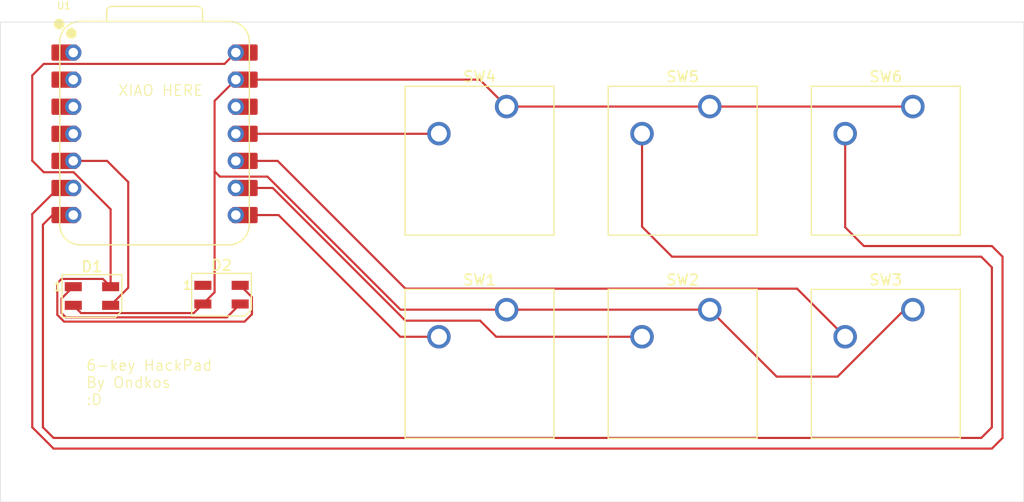
<source format=kicad_pcb>
(kicad_pcb (version 20241229) (generator "pcbnew") (generator_version "9.0")
  (layers (0 "F.Cu" signal) (2 "B.Cu" signal) (13 "F.Paste" user) (15 "B.Paste" user) (5 "F.SilkS" user "F.Silkscreen") (7 "B.SilkS" user "B.Silkscreen") (1 "F.Mask" user) (3 "B.Mask" user) (25 "Edge.Cuts" user))
  (net 0 "")
  (net 1 "Net-(D1-DIN)")
  (net 2 "GND")
  (net 3 "+5V")
  (net 4 "Net-(D1-DOUT)")
  (net 6 "Net-(U1-GPIO1{slash}RX)")
  (net 7 "Net-(U1-GPIO2{slash}SCK)")
  (net 8 "Net-(U1-GPIO4{slash}MISO)")
  (net 9 "Net-(U1-GPIO3{slash}MOSI)")
  (net 10 "Net-(U1-GPIO0{slash}TX)")
  (net 11 "Net-(U1-GPIO7{slash}SCL)")
  (footprint "LED_SMD:LED_SK6812MINI_PLCC4_3.5x3.5mm_P1.75mm" (layer "F.Cu") (at 140.75 100.5625)
    (property "Reference" "D2" (at 0 -2.75 0) (layer "F.SilkS"))
    (property "Value" "SK6812MINI")
    (fp_line (start -2.8 -2) (end -2.8 2) (stroke (width 0.12)) (layer "F.SilkS"))
    (fp_line (start -2.8 -2) (end 2.8 -2) (stroke (width 0.12)) (layer "F.SilkS"))
    (fp_line (start -2.8 2) (end 2.2 2) (stroke (width 0.12)) (layer "F.SilkS"))
    (fp_line (start 2.8 1.4) (end 2.2 2) (stroke (width 0.12)) (layer "F.SilkS"))
    (fp_line (start 2.8 1.4) (end 2.8 -2) (stroke (width 0.12)) (layer "F.SilkS"))
    (fp_text user "1" (at -3.2 -0.875 0) (layer "F.SilkS") (effects (font (size 0.8 0.8))))
    (pad "1" smd rect (at -1.75 -0.875) (size 1.6 0.85) (layers "F.Cu" "F.Mask" "F.Paste"))
    (pad "2" smd rect (at -1.75 0.875) (size 1.6 0.85) (layers "F.Cu" "F.Mask" "F.Paste") (net 2 "GND"))
    (pad "3" smd rect (at 1.75 0.875) (size 1.6 0.85) (layers "F.Cu" "F.Mask" "F.Paste") (net 4 "Net-(D1-DOUT)"))
    (pad "4" smd rect (at 1.75 -0.875) (size 1.6 0.85) (layers "F.Cu" "F.Mask" "F.Paste") (net 3 "+5V"))
  )
  (footprint "Button_Switch_Keyboard:SW_Cherry_MX_1.00u_PCB" (layer "F.Cu") (at 167.49 101.97)
    (property "Reference" "SW1" (at -2.54 -2.794 0) (layer "F.SilkS"))
    (property "Value" "SW_Push")
    (fp_line (start -9.525 -1.905) (end 4.445 -1.905) (stroke (width 0.12)) (layer "F.SilkS"))
    (fp_line (start -9.525 12.065) (end -9.525 -1.905) (stroke (width 0.12)) (layer "F.SilkS"))
    (fp_line (start 4.445 -1.905) (end 4.445 12.065) (stroke (width 0.12)) (layer "F.SilkS"))
    (fp_line (start 4.445 12.065) (end -9.525 12.065) (stroke (width 0.12)) (layer "F.SilkS"))
    (pad "" np_thru_hole circle (at -7.62 5.08) (size 1.7 1.7) (drill 1.7) (layers "*.Cu" "*.Mask"))
    (pad "" np_thru_hole circle (at -2.54 5.08) (size 4 4) (drill 4) (layers "*.Cu" "*.Mask"))
    (pad "" np_thru_hole circle (at 2.54 5.08) (size 1.7 1.7) (drill 1.7) (layers "*.Cu" "*.Mask"))
    (pad "1" thru_hole circle (at 0 0) (size 2.2 2.2) (drill 1.5) (layers "*.Cu" "*.Mask") (net 2 "GND"))
    (pad "2" thru_hole circle (at -6.35 2.54) (size 2.2 2.2) (drill 1.5) (layers "*.Cu" "*.Mask") (net 6 "Net-(U1-GPIO1{slash}RX)"))
  )
  (footprint "Button_Switch_Keyboard:SW_Cherry_MX_1.00u_PCB" (layer "F.Cu") (at 186.54 101.97)
    (property "Reference" "SW2" (at -2.54 -2.794 0) (layer "F.SilkS"))
    (property "Value" "SW_Push")
    (fp_line (start -9.525 -1.905) (end 4.445 -1.905) (stroke (width 0.12)) (layer "F.SilkS"))
    (fp_line (start -9.525 12.065) (end -9.525 -1.905) (stroke (width 0.12)) (layer "F.SilkS"))
    (fp_line (start 4.445 -1.905) (end 4.445 12.065) (stroke (width 0.12)) (layer "F.SilkS"))
    (fp_line (start 4.445 12.065) (end -9.525 12.065) (stroke (width 0.12)) (layer "F.SilkS"))
    (pad "" np_thru_hole circle (at -7.62 5.08) (size 1.7 1.7) (drill 1.7) (layers "*.Cu" "*.Mask"))
    (pad "" np_thru_hole circle (at -2.54 5.08) (size 4 4) (drill 4) (layers "*.Cu" "*.Mask"))
    (pad "" np_thru_hole circle (at 2.54 5.08) (size 1.7 1.7) (drill 1.7) (layers "*.Cu" "*.Mask"))
    (pad "1" thru_hole circle (at 0 0) (size 2.2 2.2) (drill 1.5) (layers "*.Cu" "*.Mask") (net 2 "GND"))
    (pad "2" thru_hole circle (at -6.35 2.54) (size 2.2 2.2) (drill 1.5) (layers "*.Cu" "*.Mask") (net 7 "Net-(U1-GPIO2{slash}SCK)"))
  )
  (footprint "Button_Switch_Keyboard:SW_Cherry_MX_1.00u_PCB" (layer "F.Cu") (at 167.49 82.92)
    (property "Reference" "SW4" (at -2.54 -2.794 0) (layer "F.SilkS"))
    (property "Value" "SW_Push")
    (fp_line (start -9.525 -1.905) (end 4.445 -1.905) (stroke (width 0.12)) (layer "F.SilkS"))
    (fp_line (start -9.525 12.065) (end -9.525 -1.905) (stroke (width 0.12)) (layer "F.SilkS"))
    (fp_line (start 4.445 -1.905) (end 4.445 12.065) (stroke (width 0.12)) (layer "F.SilkS"))
    (fp_line (start 4.445 12.065) (end -9.525 12.065) (stroke (width 0.12)) (layer "F.SilkS"))
    (pad "" np_thru_hole circle (at -7.62 5.08) (size 1.7 1.7) (drill 1.7) (layers "*.Cu" "*.Mask"))
    (pad "" np_thru_hole circle (at -2.54 5.08) (size 4 4) (drill 4) (layers "*.Cu" "*.Mask"))
    (pad "" np_thru_hole circle (at 2.54 5.08) (size 1.7 1.7) (drill 1.7) (layers "*.Cu" "*.Mask"))
    (pad "1" thru_hole circle (at 0 0) (size 2.2 2.2) (drill 1.5) (layers "*.Cu" "*.Mask") (net 2 "GND"))
    (pad "2" thru_hole circle (at -6.35 2.54) (size 2.2 2.2) (drill 1.5) (layers "*.Cu" "*.Mask") (net 9 "Net-(U1-GPIO3{slash}MOSI)"))
  )
  (footprint "Button_Switch_Keyboard:SW_Cherry_MX_1.00u_PCB" (layer "F.Cu") (at 186.54 82.92)
    (property "Reference" "SW5" (at -2.54 -2.794 0) (layer "F.SilkS"))
    (property "Value" "SW_Push")
    (fp_line (start -9.525 -1.905) (end 4.445 -1.905) (stroke (width 0.12)) (layer "F.SilkS"))
    (fp_line (start -9.525 12.065) (end -9.525 -1.905) (stroke (width 0.12)) (layer "F.SilkS"))
    (fp_line (start 4.445 -1.905) (end 4.445 12.065) (stroke (width 0.12)) (layer "F.SilkS"))
    (fp_line (start 4.445 12.065) (end -9.525 12.065) (stroke (width 0.12)) (layer "F.SilkS"))
    (pad "" np_thru_hole circle (at -7.62 5.08) (size 1.7 1.7) (drill 1.7) (layers "*.Cu" "*.Mask"))
    (pad "" np_thru_hole circle (at -2.54 5.08) (size 4 4) (drill 4) (layers "*.Cu" "*.Mask"))
    (pad "" np_thru_hole circle (at 2.54 5.08) (size 1.7 1.7) (drill 1.7) (layers "*.Cu" "*.Mask"))
    (pad "1" thru_hole circle (at 0 0) (size 2.2 2.2) (drill 1.5) (layers "*.Cu" "*.Mask") (net 2 "GND"))
    (pad "2" thru_hole circle (at -6.35 2.54) (size 2.2 2.2) (drill 1.5) (layers "*.Cu" "*.Mask") (net 10 "Net-(U1-GPIO0{slash}TX)"))
  )
  (footprint "Button_Switch_Keyboard:SW_Cherry_MX_1.00u_PCB" (layer "F.Cu") (at 205.59 82.92)
    (property "Reference" "SW6" (at -2.54 -2.794 0) (layer "F.SilkS"))
    (property "Value" "SW_Push")
    (fp_line (start -9.525 -1.905) (end 4.445 -1.905) (stroke (width 0.12)) (layer "F.SilkS"))
    (fp_line (start -9.525 12.065) (end -9.525 -1.905) (stroke (width 0.12)) (layer "F.SilkS"))
    (fp_line (start 4.445 -1.905) (end 4.445 12.065) (stroke (width 0.12)) (layer "F.SilkS"))
    (fp_line (start 4.445 12.065) (end -9.525 12.065) (stroke (width 0.12)) (layer "F.SilkS"))
    (pad "" np_thru_hole circle (at -7.62 5.08) (size 1.7 1.7) (drill 1.7) (layers "*.Cu" "*.Mask"))
    (pad "" np_thru_hole circle (at -2.54 5.08) (size 4 4) (drill 4) (layers "*.Cu" "*.Mask"))
    (pad "" np_thru_hole circle (at 2.54 5.08) (size 1.7 1.7) (drill 1.7) (layers "*.Cu" "*.Mask"))
    (pad "1" thru_hole circle (at 0 0) (size 2.2 2.2) (drill 1.5) (layers "*.Cu" "*.Mask") (net 2 "GND"))
    (pad "2" thru_hole circle (at -6.35 2.54) (size 2.2 2.2) (drill 1.5) (layers "*.Cu" "*.Mask") (net 11 "Net-(U1-GPIO7{slash}SCL)"))
  )
  (footprint "OPL:XIAO-RP2040-DIP" (layer "F.Cu") (at 134.47 85.47625)
    (property "Reference" "U1" (at -8.5 -12 0) (layer "F.SilkS") (effects (font (size 0.635 0.635) (thickness 0.1016))))
    (property "Value" "XIAO-RP2040-DIP")
    (fp_line (start -8.89 8.509) (end -8.89 -8.636) (stroke (width 0.127)) (layer "F.SilkS"))
    (fp_line (start -6.985 10.414) (end 6.985 10.414) (stroke (width 0.127)) (layer "F.SilkS"))
    (fp_line (start -4.495 -10.541) (end -4.491272 -11.451272) (stroke (width 0.127)) (layer "F.SilkS"))
    (fp_line (start -3.991272 -11.951) (end 4.004 -11.951) (stroke (width 0.127)) (layer "F.SilkS"))
    (fp_line (start 4.504 -11.451) (end 4.504 -10.541) (stroke (width 0.127)) (layer "F.SilkS"))
    (fp_line (start 6.985 -10.541) (end -6.985 -10.541) (stroke (width 0.1)) (layer "F.SilkS"))
    (fp_line (start 6.985 -10.541) (end -6.985 -10.541) (stroke (width 0.127)) (layer "F.SilkS"))
    (fp_line (start 8.89 8.509) (end 8.89 -8.636) (stroke (width 0.127)) (layer "F.SilkS"))
    (fp_arc (start -8.89 -8.636) (mid -8.332038 -9.983038) (end -6.985 -10.541) (stroke (width 0.127)) (layer "F.SilkS"))
    (fp_arc (start -6.985 10.414) (mid -8.332038 9.856038) (end -8.89 8.509) (stroke (width 0.127)) (layer "F.SilkS"))
    (fp_arc (start -4.491272 -11.451272) (mid -4.344728 -11.80464) (end -3.991272 -11.951) (stroke (width 0.127)) (layer "F.SilkS"))
    (fp_arc (start 4.004 -11.951) (mid 4.357553 -11.804553) (end 4.504 -11.451) (stroke (width 0.127)) (layer "F.SilkS"))
    (fp_arc (start 6.985 -10.541) (mid 8.332038 -9.983038) (end 8.89 -8.636) (stroke (width 0.127)) (layer "F.SilkS"))
    (fp_arc (start 8.89 8.509) (mid 8.332038 9.856038) (end 6.985 10.414) (stroke (width 0.127)) (layer "F.SilkS"))
    (fp_circle (center -8.95 -10.3) (end -8.95 -10.554) (stroke (width 0.5)) (fill yes) (layer "F.SilkS"))
    (fp_circle (center -7.807 -9.42) (end -7.807 -9.674) (stroke (width 0.5)) (fill yes) (layer "F.SilkS"))
    (pad "1" smd roundrect (at -8.455 -7.62 180) (size 2.432 1.524) (layers "F.Cu" "F.Mask") (roundrect_rratio 0.1))
    (pad "1" thru_hole circle (at -7.62 -7.62 180) (size 1.524 1.524) (drill 0.889) (layers "*.Cu" "*.Mask"))
    (pad "2" smd roundrect (at -8.455 -5.08 180) (size 2.432 1.524) (layers "F.Cu" "F.Mask") (roundrect_rratio 0.1))
    (pad "2" thru_hole circle (at -7.62 -5.08 180) (size 1.524 1.524) (drill 0.889) (layers "*.Cu" "*.Mask"))
    (pad "3" smd roundrect (at -8.455 -2.54 180) (size 2.432 1.524) (layers "F.Cu" "F.Mask") (roundrect_rratio 0.1))
    (pad "3" thru_hole circle (at -7.62 -2.54 180) (size 1.524 1.524) (drill 0.889) (layers "*.Cu" "*.Mask"))
    (pad "4" smd roundrect (at -8.455 0 180) (size 2.432 1.524) (layers "F.Cu" "F.Mask") (roundrect_rratio 0.1))
    (pad "4" thru_hole circle (at -7.62 0 180) (size 1.524 1.524) (drill 0.889) (layers "*.Cu" "*.Mask"))
    (pad "5" smd roundrect (at -8.455 2.54 180) (size 2.432 1.524) (layers "F.Cu" "F.Mask") (roundrect_rratio 0.1) (net 1 "Net-(D1-DIN)"))
    (pad "5" thru_hole circle (at -7.62 2.54 180) (size 1.524 1.524) (drill 0.889) (layers "*.Cu" "*.Mask") (net 1 "Net-(D1-DIN)"))
    (pad "6" smd roundrect (at -8.455 5.08 180) (size 2.432 1.524) (layers "F.Cu" "F.Mask") (roundrect_rratio 0.1) (net 11 "Net-(U1-GPIO7{slash}SCL)"))
    (pad "6" thru_hole circle (at -7.62 5.08 180) (size 1.524 1.524) (drill 0.889) (layers "*.Cu" "*.Mask") (net 11 "Net-(U1-GPIO7{slash}SCL)"))
    (pad "7" smd roundrect (at -8.455 7.62 180) (size 2.432 1.524) (layers "F.Cu" "F.Mask") (roundrect_rratio 0.1) (net 10 "Net-(U1-GPIO0{slash}TX)"))
    (pad "7" thru_hole circle (at -7.62 7.62 180) (size 1.524 1.524) (drill 0.889) (layers "*.Cu" "*.Mask") (net 10 "Net-(U1-GPIO0{slash}TX)"))
    (pad "8" thru_hole circle (at 7.62 7.62) (size 1.524 1.524) (drill 0.889) (layers "*.Cu" "*.Mask") (net 6 "Net-(U1-GPIO1{slash}RX)"))
    (pad "8" smd roundrect (at 8.455 7.62) (size 2.432 1.524) (layers "F.Cu" "F.Mask") (roundrect_rratio 0.1) (net 6 "Net-(U1-GPIO1{slash}RX)"))
    (pad "9" thru_hole circle (at 7.62 5.08) (size 1.524 1.524) (drill 0.889) (layers "*.Cu" "*.Mask") (net 7 "Net-(U1-GPIO2{slash}SCK)"))
    (pad "9" smd roundrect (at 8.455 5.08) (size 2.432 1.524) (layers "F.Cu" "F.Mask") (roundrect_rratio 0.1) (net 7 "Net-(U1-GPIO2{slash}SCK)"))
    (pad "10" thru_hole circle (at 7.62 2.54) (size 1.524 1.524) (drill 0.889) (layers "*.Cu" "*.Mask") (net 8 "Net-(U1-GPIO4{slash}MISO)"))
    (pad "10" smd roundrect (at 8.455 2.54) (size 2.432 1.524) (layers "F.Cu" "F.Mask") (roundrect_rratio 0.1) (net 8 "Net-(U1-GPIO4{slash}MISO)"))
    (pad "11" thru_hole circle (at 7.62 0) (size 1.524 1.524) (drill 0.889) (layers "*.Cu" "*.Mask") (net 9 "Net-(U1-GPIO3{slash}MOSI)"))
    (pad "11" smd roundrect (at 8.455 0) (size 2.432 1.524) (layers "F.Cu" "F.Mask") (roundrect_rratio 0.1) (net 9 "Net-(U1-GPIO3{slash}MOSI)"))
    (pad "12" thru_hole circle (at 7.62 -2.54) (size 1.524 1.524) (drill 0.889) (layers "*.Cu" "*.Mask"))
    (pad "12" smd roundrect (at 8.455 -2.54) (size 2.432 1.524) (layers "F.Cu" "F.Mask") (roundrect_rratio 0.1))
    (pad "13" thru_hole circle (at 7.62 -5.08) (size 1.524 1.524) (drill 0.889) (layers "*.Cu" "*.Mask") (net 2 "GND"))
    (pad "13" smd roundrect (at 8.455 -5.08) (size 2.432 1.524) (layers "F.Cu" "F.Mask") (roundrect_rratio 0.1) (net 2 "GND"))
    (pad "14" thru_hole circle (at 7.62 -7.62) (size 1.524 1.524) (drill 0.889) (layers "*.Cu" "*.Mask") (net 3 "+5V"))
    (pad "14" smd roundrect (at 8.455 -7.62) (size 2.432 1.524) (layers "F.Cu" "F.Mask") (roundrect_rratio 0.1) (net 3 "+5V"))
  )
  (footprint "LED_SMD:LED_SK6812MINI_PLCC4_3.5x3.5mm_P1.75mm" (layer "F.Cu") (at 128.6 100.6875)
    (property "Reference" "D1" (at 0 -2.75 0) (layer "F.SilkS"))
    (property "Value" "SK6812MINI")
    (fp_line (start -2.8 -2) (end -2.8 2) (stroke (width 0.12)) (layer "F.SilkS"))
    (fp_line (start -2.8 -2) (end 2.8 -2) (stroke (width 0.12)) (layer "F.SilkS"))
    (fp_line (start -2.8 2) (end 2.2 2) (stroke (width 0.12)) (layer "F.SilkS"))
    (fp_line (start 2.8 1.4) (end 2.2 2) (stroke (width 0.12)) (layer "F.SilkS"))
    (fp_line (start 2.8 1.4) (end 2.8 -2) (stroke (width 0.12)) (layer "F.SilkS"))
    (fp_text user "1" (at -3.2 -0.875 0) (layer "F.SilkS") (effects (font (size 0.8 0.8))))
    (pad "1" smd rect (at -1.75 -0.875) (size 1.6 0.85) (layers "F.Cu" "F.Mask" "F.Paste") (net 4 "Net-(D1-DOUT)"))
    (pad "2" smd rect (at -1.75 0.875) (size 1.6 0.85) (layers "F.Cu" "F.Mask" "F.Paste") (net 2 "GND"))
    (pad "3" smd rect (at 1.75 0.875) (size 1.6 0.85) (layers "F.Cu" "F.Mask" "F.Paste") (net 1 "Net-(D1-DIN)"))
    (pad "4" smd rect (at 1.75 -0.875) (size 1.6 0.85) (layers "F.Cu" "F.Mask" "F.Paste") (net 3 "+5V"))
  )
  (footprint "Button_Switch_Keyboard:SW_Cherry_MX_1.00u_PCB" (layer "F.Cu") (at 205.59 101.97)
    (property "Reference" "SW3" (at -2.54 -2.794 0) (layer "F.SilkS"))
    (property "Value" "SW_Push")
    (fp_line (start -9.525 -1.905) (end 4.445 -1.905) (stroke (width 0.12)) (layer "F.SilkS"))
    (fp_line (start -9.525 12.065) (end -9.525 -1.905) (stroke (width 0.12)) (layer "F.SilkS"))
    (fp_line (start 4.445 -1.905) (end 4.445 12.065) (stroke (width 0.12)) (layer "F.SilkS"))
    (fp_line (start 4.445 12.065) (end -9.525 12.065) (stroke (width 0.12)) (layer "F.SilkS"))
    (pad "" np_thru_hole circle (at -7.62 5.08) (size 1.7 1.7) (drill 1.7) (layers "*.Cu" "*.Mask"))
    (pad "" np_thru_hole circle (at -2.54 5.08) (size 4 4) (drill 4) (layers "*.Cu" "*.Mask"))
    (pad "" np_thru_hole circle (at 2.54 5.08) (size 1.7 1.7) (drill 1.7) (layers "*.Cu" "*.Mask"))
    (pad "1" thru_hole circle (at 0 0) (size 2.2 2.2) (drill 1.5) (layers "*.Cu" "*.Mask") (net 2 "GND"))
    (pad "2" thru_hole circle (at -6.35 2.54) (size 2.2 2.2) (drill 1.5) (layers "*.Cu" "*.Mask") (net 8 "Net-(U1-GPIO4{slash}MISO)"))
  )
  (gr_rect (start 120 75) (end 216 120) (stroke (width 0.05)) (fill no) (layer "Edge.Cuts"))
  (gr_text "6-key HackPad\nBy Ondkos\n:D\n" (at 128 111 0) (layer "F.SilkS") (effects (font (size 1 1) (thickness 0.1)) (justify left bottom)))
  (gr_text "XIAO HERE\n" (at 131 82 0) (layer "F.SilkS") (effects (font (size 1 1) (thickness 0.1)) (justify left bottom)))
  (segment (start 130.01625 88.01625) (end 126.85 88.01625) (width 0.2) (layer "F.Cu") (net 1))
  (segment (start 130.35 101.5625) (end 132 99.9125) (width 0.2) (layer "F.Cu") (net 1))
  (segment (start 132 90) (end 130.01625 88.01625) (width 0.2) (layer "F.Cu") (net 1))
  (segment (start 132 99.9125) (end 132 90) (width 0.2) (layer "F.Cu") (net 1))
  (segment (start 145.06035 89.49325) (end 157.5371 101.97) (width 0.2) (layer "F.Cu") (net 2))
  (segment (start 140.101 100.3365) (end 140.101 89) (width 0.2) (layer "F.Cu") (net 2))
  (segment (start 142.09 80.39625) (end 164.96625 80.39625) (width 0.2) (layer "F.Cu") (net 2))
  (segment (start 139 101.4375) (end 140.101 100.3365) (width 0.2) (layer "F.Cu") (net 2))
  (segment (start 192.821 108.251) (end 198.524184 108.251) (width 0.2) (layer "F.Cu") (net 2))
  (segment (start 127.576 102.2885) (end 138.149 102.2885) (width 0.2) (layer "F.Cu") (net 2))
  (segment (start 167.49 82.92) (end 186.54 82.92) (width 0.2) (layer "F.Cu") (net 2))
  (segment (start 167.08 82.92) (end 167 83) (width 0.2) (layer "F.Cu") (net 2))
  (segment (start 140.101 89) (end 140.59425 89.49325) (width 0.2) (layer "F.Cu") (net 2))
  (segment (start 140.101 89) (end 140.101 82.38525) (width 0.2) (layer "F.Cu") (net 2))
  (segment (start 164.96625 80.39625) (end 167.49 82.92) (width 0.2) (layer "F.Cu") (net 2))
  (segment (start 138.149 102.2885) (end 139 101.4375) (width 0.2) (layer "F.Cu") (net 2))
  (segment (start 186.54 101.97) (end 192.821 108.251) (width 0.2) (layer "F.Cu") (net 2))
  (segment (start 198.524184 108.251) (end 204.805184 101.97) (width 0.2) (layer "F.Cu") (net 2))
  (segment (start 157.5371 101.97) (end 167.49 101.97) (width 0.2) (layer "F.Cu") (net 2))
  (segment (start 140.59425 89.49325) (end 145.06035 89.49325) (width 0.2) (layer "F.Cu") (net 2))
  (segment (start 167.49 101.97) (end 186.54 101.97) (width 0.2) (layer "F.Cu") (net 2))
  (segment (start 140.101 82.38525) (end 142.09 80.39625) (width 0.2) (layer "F.Cu") (net 2))
  (segment (start 126.85 101.5625) (end 127.576 102.2885) (width 0.2) (layer "F.Cu") (net 2))
  (segment (start 204.805184 101.97) (end 205.59 101.97) (width 0.2) (layer "F.Cu") (net 2))
  (segment (start 186.54 82.92) (end 205.59 82.92) (width 0.2) (layer "F.Cu") (net 2))
  (segment (start 124.07925 89.07925) (end 123 88) (width 0.2) (layer "F.Cu") (net 3))
  (segment (start 142.9095 103.0905) (end 125.9839 103.0905) (width 0.2) (layer "F.Cu") (net 3))
  (segment (start 125.749 99.0865) (end 129.624 99.0865) (width 0.2) (layer "F.Cu") (net 3))
  (segment (start 125.348 102.4546) (end 125.348 99.4875) (width 0.2) (layer "F.Cu") (net 3))
  (segment (start 123 80) (end 124.08075 78.91925) (width 0.2) (layer "F.Cu") (net 3))
  (segment (start 129.624 99.0865) (end 130.35 99.8125) (width 0.2) (layer "F.Cu") (net 3))
  (segment (start 130.35 99.8125) (end 130.35 92.55294) (width 0.2) (layer "F.Cu") (net 3))
  (segment (start 125.348 99.4875) (end 125.749 99.0865) (width 0.2) (layer "F.Cu") (net 3))
  (segment (start 143.601 100.7885) (end 143.601 102.399) (width 0.2) (layer "F.Cu") (net 3))
  (segment (start 125.9839 103.0905) (end 125.348 102.4546) (width 0.2) (layer "F.Cu") (net 3))
  (segment (start 141.027 78.91925) (end 142.09 77.85625) (width 0.2) (layer "F.Cu") (net 3))
  (segment (start 143.601 102.399) (end 142.9095 103.0905) (width 0.2) (layer "F.Cu") (net 3))
  (segment (start 124.08075 78.91925) (end 141.027 78.91925) (width 0.2) (layer "F.Cu") (net 3))
  (segment (start 123 88) (end 123 80) (width 0.2) (layer "F.Cu") (net 3))
  (segment (start 126.87631 89.07925) (end 124.07925 89.07925) (width 0.2) (layer "F.Cu") (net 3))
  (segment (start 142.5 99.6875) (end 143.601 100.7885) (width 0.2) (layer "F.Cu") (net 3))
  (segment (start 130.35 92.55294) (end 126.87631 89.07925) (width 0.2) (layer "F.Cu") (net 3))
  (segment (start 125.749 102.2885) (end 126.15 102.6895) (width 0.2) (layer "F.Cu") (net 4))
  (segment (start 141.248 102.6895) (end 142.5 101.4375) (width 0.2) (layer "F.Cu") (net 4))
  (segment (start 126.15 102.6895) (end 141.248 102.6895) (width 0.2) (layer "F.Cu") (net 4))
  (segment (start 126.85 99.8125) (end 125.749 100.9135) (width 0.2) (layer "F.Cu") (net 4))
  (segment (start 125.749 100.9135) (end 125.749 102.2885) (width 0.2) (layer "F.Cu") (net 4))
  (segment (start 146.09625 93.09625) (end 157.51 104.51) (width 0.2) (layer "F.Cu") (net 6))
  (segment (start 142.09 93.09625) (end 146.09625 93.09625) (width 0.2) (layer "F.Cu") (net 6))
  (segment (start 157.51 104.51) (end 161.14 104.51) (width 0.2) (layer "F.Cu") (net 6))
  (segment (start 165 103) (end 166.51 104.51) (width 0.2) (layer "F.Cu") (net 7))
  (segment (start 166.51 104.51) (end 180.19 104.51) (width 0.2) (layer "F.Cu") (net 7))
  (segment (start 158 103) (end 165 103) (width 0.2) (layer "F.Cu") (net 7))
  (segment (start 145.55625 90.55625) (end 158 103) (width 0.2) (layer "F.Cu") (net 7))
  (segment (start 142.09 90.55625) (end 145.55625 90.55625) (width 0.2) (layer "F.Cu") (net 7))
  (segment (start 194.73 100) (end 199.24 104.51) (width 0.2) (layer "F.Cu") (net 8))
  (segment (start 146.01625 88.01625) (end 158 100) (width 0.2) (layer "F.Cu") (net 8))
  (segment (start 158 100) (end 194.73 100) (width 0.2) (layer "F.Cu") (net 8))
  (segment (start 142.09 88.01625) (end 146.01625 88.01625) (width 0.2) (layer "F.Cu") (net 8))
  (segment (start 161.12375 85.47625) (end 161.14 85.46) (width 0.2) (layer "F.Cu") (net 9))
  (segment (start 142.09 85.47625) (end 161.12375 85.47625) (width 0.2) (layer "F.Cu") (net 9))
  (segment (start 124 113) (end 125 114) (width 0.2) (layer "F.Cu") (net 10))
  (segment (start 124 94) (end 124 113) (width 0.2) (layer "F.Cu") (net 10))
  (segment (start 212 114) (end 213 113) (width 0.2) (layer "F.Cu") (net 10))
  (segment (start 213 113) (end 213 98) (width 0.2) (layer "F.Cu") (net 10))
  (segment (start 180.19 94.19) (end 180.19 85.46) (width 0.2) (layer "F.Cu") (net 10))
  (segment (start 126.85 93.09625) (end 124.90375 93.09625) (width 0.2) (layer "F.Cu") (net 10))
  (segment (start 125 114) (end 212 114) (width 0.2) (layer "F.Cu") (net 10))
  (segment (start 212 97) (end 183 97) (width 0.2) (layer "F.Cu") (net 10))
  (segment (start 183 97) (end 180.19 94.19) (width 0.2) (layer "F.Cu") (net 10))
  (segment (start 124.90375 93.09625) (end 124 94) (width 0.2) (layer "F.Cu") (net 10))
  (segment (start 213 98) (end 212 97) (width 0.2) (layer "F.Cu") (net 10))
  (segment (start 125.44375 90.55625) (end 123 93) (width 0.2) (layer "F.Cu") (net 11))
  (segment (start 201 96) (end 199.24 94.24) (width 0.2) (layer "F.Cu") (net 11))
  (segment (start 123 93) (end 123 113) (width 0.2) (layer "F.Cu") (net 11))
  (segment (start 214 114) (end 214 97) (width 0.2) (layer "F.Cu") (net 11))
  (segment (start 213 115) (end 214 114) (width 0.2) (layer "F.Cu") (net 11))
  (segment (start 126.85 90.55625) (end 125.44375 90.55625) (width 0.2) (layer "F.Cu") (net 11))
  (segment (start 125 115) (end 213 115) (width 0.2) (layer "F.Cu") (net 11))
  (segment (start 213 96) (end 201 96) (width 0.2) (layer "F.Cu") (net 11))
  (segment (start 199.24 94.24) (end 199.24 85.46) (width 0.2) (layer "F.Cu") (net 11))
  (segment (start 123 113) (end 125 115) (width 0.2) (layer "F.Cu") (net 11))
  (segment (start 214 97) (end 213 96) (width 0.2) (layer "F.Cu") (net 11))
)
</source>
